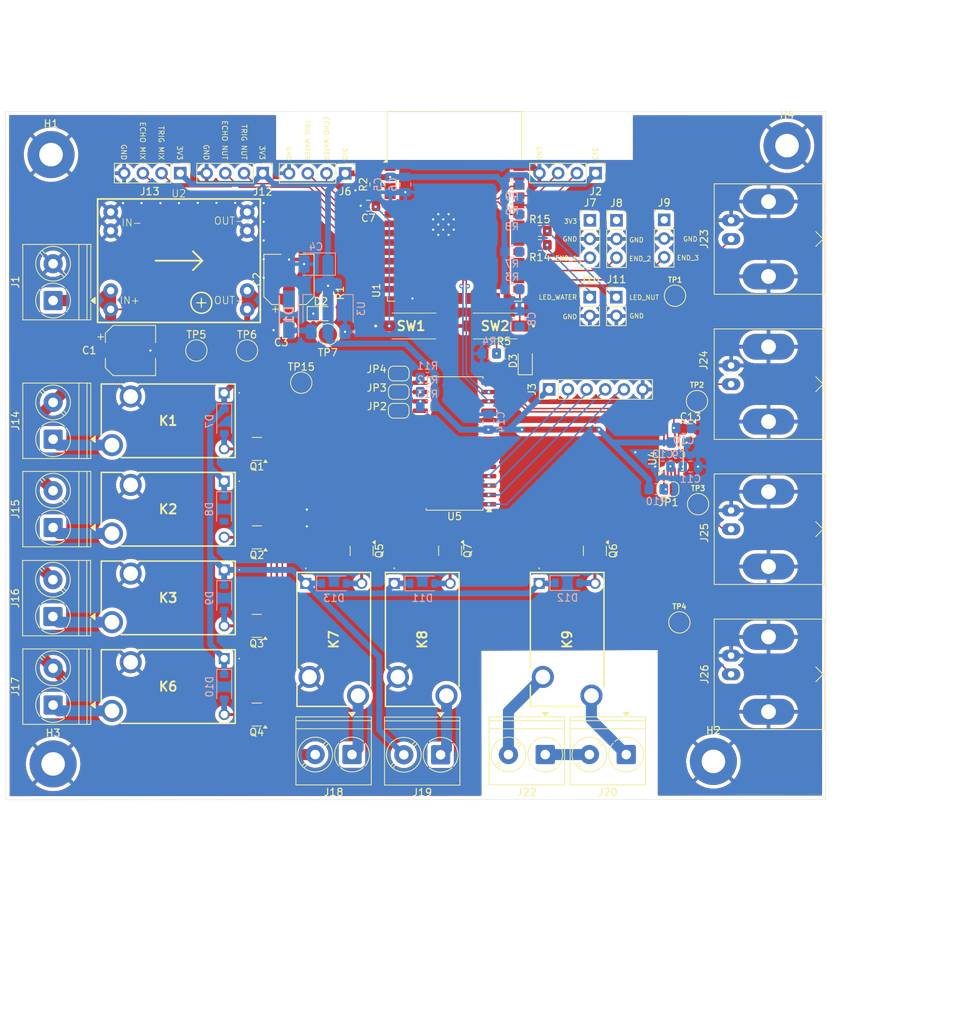
<source format=kicad_pcb>
(kicad_pcb (version 20241229) (generator "pcbnew") (generator_version "9.0")
  (layers (0 "F.Cu" signal) (2 "B.Cu" signal) (13 "F.Paste" user) (15 "B.Paste" user) (5 "F.SilkS" user "F.Silkscreen") (7 "B.SilkS" user "B.Silkscreen") (1 "F.Mask" user) (3 "B.Mask" user) (25 "Edge.Cuts" user))
  (net 0 "")
  (net 1 "12V")
  (net 2 "GND")
  (net 3 "5V")
  (net 4 "Net-(D1-K)")
  (net 5 "3V3")
  (net 6 "ENABLE")
  (net 7 "GPIO0")
  (net 8 "Nutr0")
  (net 9 "Nutr2")
  (net 10 "Nutr3")
  (net 11 "Nutr1")
  (net 12 "Net-(D2-A)")
  (net 13 "Net-(D3-A)")
  (net 14 "Net-(D7-A)")
  (net 15 "Net-(D8-A)")
  (net 16 "Net-(D9-A)")
  (net 17 "Net-(D10-A)")
  (net 18 "Net-(D11-A)")
  (net 19 "Net-(D12-A)")
  (net 20 "Net-(D13-A)")
  (net 21 "TX0")
  (net 22 "TRIG_WATER")
  (net 23 "ECHO_WATER")
  (net 24 "ENDSTOP1")
  (net 25 "ENDSTOP2")
  (net 26 "ENDSTOP3")
  (net 27 "Net-(J10-Pin_1)")
  (net 28 "Net-(J11-Pin_1)")
  (net 29 "TRIG_NUT")
  (net 30 "ECHO_NUT")
  (net 31 "ECHO_MIX")
  (net 32 "TRIG_MIX")
  (net 33 "PUMP1")
  (net 34 "PUMP2")
  (net 35 "PUMP3")
  (net 36 "PUMP4")
  (net 37 "AIR")
  (net 38 "MIXER")
  (net 39 "UV")
  (net 40 "Net-(J20-Pin_2)")
  (net 41 "230V")
  (net 42 "Net-(JP1-B)")
  (net 43 "Net-(JP2-B)")
  (net 44 "Net-(JP3-B)")
  (net 45 "Net-(JP4-B)")
  (net 46 "RELAY_PUMP1")
  (net 47 "RELAY_PUMP2")
  (net 48 "RELAY_PUMP3")
  (net 49 "RELAY_PUMP4")
  (net 50 "RELAY_AIR")
  (net 51 "RELAY_UV")
  (net 52 "RELAY_MIXER")
  (net 53 "GPIO2")
  (net 54 "GPIO5")
  (net 55 "I2C+")
  (net 56 "I2C-")
  (net 57 "LED WATER")
  (net 58 "LED NUTR")
  (net 80 "GPB1")
  (net 85 "GPB0")
  (net 86 "GPB2")
  (net 87 "GPB3")
  (net 88 "RX0")
  (footprint "Connector_PinHeader_2.54mm:PinHeader_1x03_P2.54mm_Vertical" (layer "F.Cu") (at 163.4998 62.0268)
    (property "Reference" "J7")
    (property "Value" "Endstop Lade0")
  )
  (footprint "Package_TO_SOT_SMD:SOT-23" (layer "F.Cu") (at 118.2601 93.0656 180)
    (property "Reference" "Q1")
    (property "Value" "BSS138")
  )
  (footprint "TerminalBlock_Phoenix:TerminalBlock_Phoenix_PT-1,5-2-5.0-H_1x02_P5.00mm_Horizontal" (layer "F.Cu") (at 90.5764 72.9234 90)
    (property "Reference" "J1")
    (property "Value" "12V ingang")
  )
  (footprint "Package_TO_SOT_SMD:SOT-23" (layer "F.Cu") (at 118.2347 117.094 180)
    (property "Reference" "Q3")
    (property "Value" "BSS138")
  )
  (footprint "Jumper:SolderJumper-2_P1.3mm_Open_RoundedPad1.0x1.5mm" (layer "F.Cu") (at 174.1828 98.5292 180)
    (property "Reference" "JP1")
    (property "Value" "SolderJumper_2_Open")
  )
  (footprint "Connector_PinHeader_2.54mm:PinHeader_1x06_P2.54mm_Vertical" (layer "F.Cu") (at 157.9626 84.9884 90)
    (property "Reference" "J3")
    (property "Value" "Extra GPIO")
  )
  (footprint "Capacitor_SMD:C_0805_2012Metric_Pad1.18x1.45mm_HandSolder" (layer "F.Cu") (at 133.3969 60.0456 180)
    (property "Reference" "C7")
    (property "Value" "100n")
  )
  (footprint "Connector_PinHeader_2.54mm:PinHeader_1x03_P2.54mm_Vertical" (layer "F.Cu") (at 167.1066 62.0268)
    (property "Reference" "J8")
    (property "Value" "Endstop Lade1")
  )
  (footprint "Package_TO_SOT_SMD:SOT-23" (layer "F.Cu") (at 118.2347 129.1336 180)
    (property "Reference" "Q4")
    (property "Value" "BSS138")
  )
  (footprint "Package_SO:SOIC-28W_7.5x17.9mm_P1.27mm" (layer "F.Cu") (at 145.1102 92.329 180)
    (property "Reference" "U5")
    (property "Value" "MCP23017_SO")
  )
  (footprint "SamacSys_Parts:Wurth_Tactile_Switch_SPST-NO_434111043826" (layer "F.Cu") (at 150.622 76.3778 180)
    (property "Reference" "SW2")
    (property "Value" "BOOT" (hide yes))
  )
  (footprint "Resistor_SMD:R_0805_2012Metric_Pad1.20x1.40mm_HandSolder" (layer "F.Cu") (at 127.9144 71.8914 -90)
    (property "Reference" "R1")
    (property "Value" "470")
  )
  (footprint "Capacitor_SMD:C_0805_2012Metric_Pad1.18x1.45mm_HandSolder" (layer "F.Cu") (at 177.1517 90.3848)
    (property "Reference" "C13")
    (property "Value" "100n")
  )
  (footprint "Jumper:SolderJumper-2_P1.3mm_Open_RoundedPad1.0x1.5mm" (layer "F.Cu") (at 137.526 85.344)
    (property "Reference" "JP3")
    (property "Value" "SolderJumper_2_Open")
  )
  (footprint "MountingHole:MountingHole_3.2mm_M3_Pad_TopBottom" (layer "F.Cu") (at 180.272 135.4952)
    (property "Reference" "H2")
    (property "Value" "MountingHole_Pad")
  )
  (footprint "TerminalBlock_Phoenix:TerminalBlock_Phoenix_PT-1,5-2-5.0-H_1x02_P5.00mm_Horizontal" (layer "F.Cu") (at 90.5764 91.7536 90)
    (property "Reference" "J14")
    (property "Value" "Pomp1")
  )
  (footprint "Resistor_SMD:R_0805_2012Metric_Pad1.20x1.40mm_HandSolder" (layer "F.Cu") (at 134.366 57.166 90)
    (property "Reference" "R2")
    (property "Value" "10k")
  )
  (footprint "Jumper:SolderJumper-2_P1.3mm_Open_RoundedPad1.0x1.5mm" (layer "F.Cu") (at 137.526 87.884)
    (property "Reference" "JP2")
    (property "Value" "SolderJumper_2_Open")
  )
  (footprint "Package_TO_SOT_SMD:SOT-23" (layer "F.Cu") (at 164.1743 106.9086 -90)
    (property "Reference" "Q6")
    (property "Value" "BSS138")
  )
  (footprint "SamacSys_Parts:AHQSS105DM2FA0G" (layer "F.Cu") (at 113.8149 85.4536 180)
    (property "Reference" "K1")
    (property "Value" "AHQSS105DM2FA0G" (hide yes))
  )
  (footprint "TerminalBlock_Phoenix:TerminalBlock_Phoenix_PT-1,5-2-5.0-H_1x02_P5.00mm_Horizontal" (layer "F.Cu") (at 143.2179 134.5946 180)
    (property "Reference" "J19")
    (property "Value" "Mixer")
  )
  (footprint "TerminalBlock_Phoenix:TerminalBlock_Phoenix_PT-1,5-2-5.0-H_1x02_P5.00mm_Horizontal" (layer "F.Cu") (at 168.4293 134.5667 180)
    (property "Reference" "J20")
    (property "Value" "UV")
  )
  (footprint "SamacSys_Parts:AHQSS105DM2FA0G" (layer "F.Cu") (at 113.8174 109.4946 180)
    (property "Reference" "K3")
    (property "Value" "AHQSS105DM2FA0G" (hide yes))
  )
  (footprint "LED_SMD:LED_0805_2012Metric_Pad1.15x1.40mm_HandSolder" (layer "F.Cu") (at 126.9492 74.7014)
    (property "Reference" "D2")
    (property "Value" "PWR")
  )
  (footprint "LED_SMD:LED_0805_2012Metric_Pad1.15x1.40mm_HandSolder" (layer "F.Cu") (at 154.7114 81.1366 90)
    (property "Reference" "D3")
    (property "Value" "LED")
  )
  (footprint "TestPoint:TestPoint_Pad_D2.5mm" (layer "F.Cu") (at 127.889 77.5208)
    (property "Reference" "TP7")
    (property "Value" "TestPoint")
  )
  (footprint "Package_SO:TSSOP-10_3x3mm_P0.5mm" (layer "F.Cu") (at 174.5488 94.3382 90)
    (property "Reference" "U4")
    (property "Value" "ADS1115IDGS")
  )
  (footprint "TerminalBlock_Phoenix:TerminalBlock_Phoenix_PT-1,5-2-5.0-H_1x02_P5.00mm_Horizontal" (layer "F.Cu") (at 90.5764 127.845 90)
    (property "Reference" "J17")
    (property "Value" "Pomp4")
  )
  (footprint "Resistor_SMD:R_0805_2012Metric_Pad1.20x1.40mm_HandSolder" (layer "F.Cu") (at 156.702 65.3796 180)
    (property "Reference" "R14")
    (property "Value" "470")
  )
  (footprint "Capacitor_SMD:C_0805_2012Metric_Pad1.18x1.45mm_HandSolder" (layer "F.Cu") (at 121.5683 76.9366 180)
    (property "Reference" "C3")
    (property "Value" "10u")
  )
  (footprint "SamacSys_Parts:Wurth_Tactile_Switch_SPST-NO_434111043826" (layer "F.Cu") (at 139.592 76.3778)
    (property "Reference" "SW1")
    (property "Value" "EN" (hide yes))
  )
  (footprint "Connector_PinHeader_2.54mm:PinHeader_1x02_P2.54mm_Vertical" (layer "F.Cu") (at 167.0812 72.4662)
    (property "Reference" "J11")
    (property "Value" "LED Nutrient Level")
  )
  (footprint "SamacSys_Parts:AHQSS105DM2FA0G" (layer "F.Cu") (at 124.9037 111.3282 -90)
    (property "Reference" "K7")
    (property "Value" "AHQSS105DM2FA0G" (hide yes))
  )
  (footprint "Watersysteem_Footprints_Library:MP1584_Module" (layer "F.Cu") (at 107.6706 67.5132)
    (property "Reference" "U2")
    (property "Value" "MP1584_Module")
  )
  (footprint "MountingHole:MountingHole_3.2mm_M3_Pad_TopBottom" (layer "F.Cu") (at 90.297 53.1114)
    (property "Reference" "H1")
    (property "Value" "MountingHole_Pad")
  )
  (footprint "TestPoint:TestPoint_Pad_D2.5mm" (layer "F.Cu") (at 175.0568 72.263)
    (property "Reference" "TP1")
    (property "Value" "TestPoint")
  )
  (footprint "MountingHole:MountingHole_3.2mm_M3_Pad_TopBottom" (layer "F.Cu") (at 190.2714 51.8922)
    (property "Reference" "H4")
    (property "Value" "MountingHole_Pad")
  )
  (footprint "Connector_Coaxial:BNC_Amphenol_B6252HB-NPP3G-50_Horizontal" (layer "F.Cu") (at 182.6768 123.6726 -90)
    (property "Reference" "J26")
    (property "Value" "Voedingsstoffen 3")
  )
  (footprint "SamacSys_Parts:AHQSS105DM2FA0G" (layer "F.Cu") (at 113.8174 121.5342 180)
    (property "Reference" "K6")
    (property "Value" "AHQSS105DM2FA0G" (hide yes))
  )
  (footprint "TestPoint:TestPoint_Pad_D2.5mm" (layer "F.Cu") (at 110.0328 79.7052)
    (property "Reference" "TP5")
    (property "Value" "TestPoint")
  )
  (footprint "Connector_PinHeader_2.54mm:PinHeader_1x04_P2.54mm_Vertical" (layer "F.Cu") (at 130.2512 55.6514 -90)
    (property "Reference" "J6")
    (property "Value" "Height Water")
  )
  (footprint "TerminalBlock_Phoenix:TerminalBlock_Phoenix_PT-1,5-2-5.0-H_1x02_P5.00mm_Horizontal" (layer "F.Cu") (at 157.4292 134.5667 180)
    (property "Reference" "J22")
    (property "Value" "230V")
  )
  (footprint "Capacitor_SMD:CP_Elec_6.3x3.9" (layer "F.Cu") (at 122.6146 70.0552 90)
    (property "Reference" "C2")
    (property "Value" "100u")
  )
  (footprint "TestPoint:TestPoint_Pad_D2.5mm" (layer "F.Cu") (at 178.1892 100.5702)
    (property "Reference" "TP3")
    (property "Value" "TestPoint")
  )
  (footprint "RF_Module:ESP32-WROOM-32D" (layer "F.Cu") (at 145.1 63.13)
    (property "Reference" "U1")
    (property "Value" "ESP32-WROOM-32D")
  )
  (footprint "Package_TO_SOT_SMD:SOT-23" (layer "F.Cu") (at 118.2601 105.0798 180)
    (property "Reference" "Q2")
    (property "Value" "BSS138")
  )
  (footprint "Connector_PinHeader_2.54mm:PinHeader_1x03_P2.54mm_Vertical" (layer "F.Cu") (at 173.5836 61.9656)
    (property "Reference" "J9")
    (property "Value" "Endstop UV")
  )
  (footprint "Resistor_SMD:R_0805_2012Metric_Pad1.20x1.40mm_HandSolder" (layer "F.Cu") (at 151.8158 80.1116)
    (property "Reference" "R5")
    (property "Value" "470")
  )
  (footprint "Connector_Coaxial:BNC_Amphenol_B6252HB-NPP3G-50_Horizontal" (layer "F.Cu") (at 182.6768 64.5694 -90)
    (property "Reference" "J23")
    (property "Value" "ReferentieProbe")
  )
  (footprint "TestPoint:TestPoint_Pad_D2.5mm" (layer "F.Cu") (at 116.9162 79.7052)
    (property "Reference" "TP6")
    (property "Value" "TestPoint")
  )
  (footprint "Connector_PinHeader_2.54mm:PinHeader_1x04_P2.54mm_Vertical" (layer "F.Cu") (at 164.2618 55.626 -90)
    (property "Reference" "J2")
    (property "Value" "TTL Connector")
  )
  (footprint "TestPoint:TestPoint_Pad_D2.5mm" (layer "F.Cu") (at 175.6492 116.623)
    (property "Reference" "TP4")
    (property "Value" "TestPoint")
  )
  (footprint "TestPoint:TestPoint_Pad_D2.5mm" (layer "F.Cu") (at 124.2822 84.074)
    (property "Reference" "TP15")
    (property "Value" "TestPoint")
  )
  (footprint "Package_TO_SOT_SMD:SOT-23" (layer "F.Cu") (at 144.5006 106.8855 -90)
    (property "Reference" "Q7")
    (property "Value" "BSS138")
  )
  (footprint "TestPoint:TestPoint_Pad_D2.5mm" (layer "F.Cu") (at 178.0368 86.5748)
    (property "Reference" "TP2")
    (property "Value" "TestPoint")
  )
  (footprint "MountingHole:MountingHole_3.2mm_M3_Pad_TopBottom" (layer "F.Cu") (at 90.5764 135.8392)
    (property "Reference" "H3")
    (property "Value" "MountingHole_Pad")
  )
  (footprint "Connector_PinHeader_2.54mm:PinHeader_1x02_P2.54mm_Vertical" (layer "F.Cu") (at 163.4744 72.4662)
    (property "Reference" "J10")
    (property "Value" "LED Water Level")
  )
  (footprint "TerminalBlock_Phoenix:TerminalBlock_Phoenix_PT-1,5-2-5.0-H_1x02_P5.00mm_Horizontal" (layer "F.Cu") (at 90.551 115.8289 90)
    (property "Reference" "J16")
    (property "Value" "Pomp3")
  )
  (footprint "TerminalBlock_Phoenix:TerminalBlock_Phoenix_PT-1,5-2-5.0-H_1x02_P5.00mm_Horizontal" (layer "F.Cu") (at 131.1783 134.5667 180)
    (property "Reference" "J18")
    (property "Value" "Luchtpomp")
  )
  (footprint "Connector_Coaxial:BNC_Amphenol_B6252HB-NPP3G-50_Horizontal" (layer "F.Cu") (at 182.6768 84.2772 -90)
    (property "Reference" "J24")
    (property "Value" "Voedingsstoffen 1")
  )
  (footprint "SamacSys_Parts:AHQSS105DM2FA0G" (layer "F.Cu") (at 156.603 111.3282 -90)
    (property "Reference" "K9")
    (property "Value" "AHQSS105DM2FA0G" (hide yes))
  )
  (footprint "SamacSys_Parts:AHQSS105DM2FA0G" (layer "F.Cu") (at 136.9179 111.3282 -90)
    (property "Reference" "K8")
    (property "Value" "AHQSS105DM2FA0G" (hide yes))
  )
  (footprint "Connector_PinHeader_2.54mm:PinHeader_1x04_P2.54mm_Vertical" (layer "F.Cu") (at 107.8484 55.626 -90)
    (property "Reference" "J13")
    (property "Value" "Height Mixer")
  )
  (footprint "Jumper:SolderJumper-2_P1.3mm_Open_RoundedPad1.0x1.5mm" (layer "F.Cu") (at 137.526 82.8294)
    (property "Reference" "JP4")
    (property "Value" "SolderJumper_2_Open")
  )
  (footprint "TerminalBlock_Phoenix:TerminalBlock_Phoenix_PT-1,5-2-5.0-H_1x02_P5.00mm_Horizontal" (layer "F.Cu") (at 90.5764 103.7424 90)
    (property "Reference" "J15")
    (property "Value" "Pomp2")
  )
  (footprint "Capacitor_SMD:CP_Elec_6.3x3.9" (layer "F.Cu") (at 101.092 79.7052)
    (property "Reference" "C1")
    (property "Value" "100u")
  )
  (footprint "Package_TO_SOT_SMD:SOT-23" (layer "F.Cu") (at 132.4864 106.9109 -90)
    (property "Reference" "Q5")
    (property "Value" "BSS138")
  )
  (footprint "Resistor_SMD:R_0805_2012Metric_Pad1.20x1.40mm_HandSolder" (layer "F.Cu") (at 156.702 63.4746 180)
    (property "Reference" "R15")
    (property "Value" "470")
  )
  (footprint "SamacSys_Parts:AHQSS105DM2FA0G" (layer "F.Cu") (at 113.8174 97.455 180)
    (property "Reference" "K2")
    (property "Value" "AHQSS105DM2FA0G" (hide yes))
  )
  (footprint "Connector_PinHeader_2.54mm:PinHeader_1x04_P2.54mm_Vertical" (layer "F.Cu") (at 119.0498 55.626 -90)
    (property "Reference" "J12")
    (property "Value" "Height Nutrients")
  )
  (footprint "Connector_Coaxial:BNC_Amphenol_B6252HB-NPP3G-50_Horizontal" (layer "F.Cu") (at 182.6768 103.9622 -90)
    (property "Reference" "J25")
    (property "Value" "Voedingsstoffen 2")
  )
  (footprint "Resistor_SMD:R_0805_2012Metric_Pad1.20x1.40mm_HandSolder" (layer "B.Cu") (at 152.924 71.374 180)
    (property "Reference" "R3")
    (property "Value" "10k")
  )
  (footprint "Capacitor_SMD:C_0805_2012Metric_Pad1.18x1.45mm_HandSolder" (layer "B.Cu") (at 173.4003 95.4648 180)
    (property "Reference" "C12")
    (property "Value" "100n")
  )
  (footprint "Capacitor_SMD:C_0805_2012Metric_Pad1.18x1.45mm_HandSolder" (layer "B.Cu") (at 177.1517 95.4648)
    (property "Reference" "C11")
    (property "Value" "100n")
  )
  (footprint "Capacitor_SMD:C_0805_2012Metric_Pad1.18x1.45mm_HandSolder" (layer "B.Cu") (at 176.2467 90.2208)
    (property "Reference" "C10")
    (property "Value" "100n")
  )
  (footprint "Resistor_SMD:R_0805_2012Metric_Pad1.20x1.40mm_HandSolder" (layer "B.Cu") (at 152.908 66.294)
    (property "Reference" "R7")
    (property "Value" "10k")
  )
  (footprint "Resistor_SMD:R_0805_2012Metric_Pad1.20x1.40mm_HandSolder" (layer "B.Cu") (at 172.5328 98.5292)
    (property "Reference" "R10")
    (property "Value" "10k")
  )
  (footprint "Capacitor_Tantalum_SMD:CP_EIA-3528-12_Kemet-T_Pad1.50x2.35mm_HandSolder" (layer "B.Cu") (at 126.2894 67.9704 180)
    (property "Reference" "C4")
    (property "Value" "22u")
  )
  (footprint "Resistor_SMD:R_0805_2012Metric_Pad1.20x1.40mm_HandSolder" (layer "B.Cu") (at 141.4432 85.344 180)
    (property "Reference" "R12")
    (property "Value" "10k")
  )
  (footprint "Resistor_SMD:R_0805_2012Metric_Pad1.20x1.40mm_HandSolder" (layer "B.Cu") (at 141.4366 87.2744 180)
    (property "Reference" "R13")
    (property "Value" "10k")
  )
  (footprint "Diode_SMD:D_SOD-123" (layer "B.Cu") (at 160.4508 111.2774)
    (property "Reference" "D12")
    (property "Value" "1N4148W")
  )
  (footprint "Capacitor_SMD:C_0805_2012Metric_Pad1.18x1.45mm_HandSolder" (layer "B.Cu") (at 149.7076 89.4119 90)
    (property "Reference" "C14")
    (property "Value" "100n")
  )
  (footprint "Resistor_SMD:R_0805_2012Metric_Pad1.20x1.40mm_HandSolder" (layer "B.Cu") (at 152.892 61.2394)
    (property "Reference" "R8")
    (property "Value" "4.7k")
  )
  (footprint "Diode_SMD:D_SOD-123" (layer "B.Cu") (at 128.7262 111.3282)
    (property "Reference" "D13")
    (property "Value" "1N4148W")
  )
  (footprint "Resistor_SMD:R_0805_2012Metric_Pad1.20x1.40mm_HandSolder" (layer "B.Cu") (at 152.892 57.1754)
    (property "Reference" "R9")
    (property "Value" "4.7k")
  )
  (footprint "Diode_SMD:D_SOD-123" (layer "B.Cu") (at 113.8174 113.3171 -90)
    (property "Reference" "D9")
    (property "Value" "1N4148W")
  )
  (footprint "Capacitor_SMD:C_0805_2012Metric_Pad1.18x1.45mm_HandSolder" (layer "B.Cu") (at 153.924 75.4165 90)
    (property "Reference" "C8")
    (property "Value" "100n")
  )
  (footprint "Diode_SMD:D_SOD-123" (layer "B.Cu") (at 140.7404 111.3282)
    (property "Reference" "D11")
    (property "Value" "1N4148W")
  )
  (footprint "Capacitor_SMD:C_0805_2012Metric_Pad1.18x1.45mm_HandSolder" (layer "B.Cu") (at 138.43 57.1715 -90)
    (property "Reference" "C6")
    (property "Value" "100n")
  )
  (footprint "Capacitor_SMD:C_0805_2012Metric_Pad1.18x1.45mm_HandSolder" (layer "B.Cu") (at 136.398 57.1715 -90)
    (property "Reference" "C5")
    (property "Value" "10u")
  )
  (footprint "Diode_SMD:D_SOD-123" (layer "B.Cu") (at 113.8149 89.3064 -90)
    (property "Reference" "D7")
    (property "Value" "1N4148W")
  )
  (footprint "Diode_SMD:D_SOD-123" (layer "B.Cu") (at 113.792 101.2454 -90)
    (property "Reference" "D8")
    (property "Value" "1N4148W")
  )
  (footprint "Diode_SMD:D_SOD-123" (layer "B.Cu") (at 113.8174 125.3567 -90)
    (property "Reference" "D10")
    (property "Value" "1N4148W")
  )
  (footprint "Package_TO_SOT_SMD:SOT-223-3_TabPin2" (layer "B.Cu") (at 127.9258 74.0152 90)
    (property "Reference" "U3")
    (property "Value" "AMS1117-3.3")
  )
  (footprint "Capacitor_SMD:C_0805_2012Metric_Pad1.18x1.45mm_HandSolder" (layer "B.Cu") (at 175.5863 92.2046)
    (property "Reference" "C9")
    (property "Value" "100n")
  )
  (footprint "Resistor_SMD:R_0805_2012Metric_Pad1.20x1.40mm_HandSolder" (layer "B.Cu") (at 141.4366 83.439 180)
    (property "Reference" "R11")
    (property "Value" "10k")
  )
  (footprint "Resistor_SMD:R_0805_2012Metric_Pad1.20x1.40mm_HandSolder" (layer "B.Cu") (at 152.892 59.0804)
    (property "Reference" "R6")
    (property "Value" "10k")
  )
  (footprint "SamacSys_Parts:DIOM5226X290N" (layer "B.Cu") (at 122.6058 74.8874 90)
    (property "Reference" "D1")
    (property "Value" "SK36A" (hide yes))
  )
  (footprint "Resistor_SMD:R_0805_2012Metric_Pad1.20x1.40mm_HandSolder" (layer "B.Cu") (at 149.8186 80.1116 180)
    (property "Reference" "R4")
    (property "Value" "10k")
  )
  (gr_line (start 84.1756 140.716) (end 195.5292 140.6398) (stroke (width 0.05)) (layer "Edge.Cuts"))
  (gr_line (start 195.5562 47.268496) (end 84.0994 47.244) (stroke (width 0.05)) (layer "Edge.Cuts"))
  (gr_line (start 195.5292 140.6398) (end 195.5546 47.2694) (stroke (width 0.05)) (layer "Edge.Cuts"))
  (gr_line (start 84.0994 47.244) (end 84.1756 140.716) (stroke (width 0.05)) (layer "Edge.Cuts"))
  (gr_text "GND" (at 99.7712 51.6382 270) (layer "F.SilkS") (effects (font (size 0.7 0.7) (thickness 0.1016)) (justify left bottom)))
  (gr_text "3V3" (at 163.83 52.0446 270) (layer "F.SilkS") (effects (font (size 0.635 0.635) (thickness 0.1016)) (justify left bottom)))
  (gr_text "TRIG WATER" (at 124.7394 48.3362 270) (layer "F.SilkS") (effects (font (size 0.635 0.635) (thickness 0.1016)) (justify left bottom)))
  (gr_text "ECHO NUT" (at 113.4872 48.4124 270) (layer "F.SilkS") (effects (font (size 0.7 0.7) (thickness 0.1016)) (justify left bottom)))
  (gr_text "GND" (at 110.9726 51.6636 270) (layer "F.SilkS") (effects (font (size 0.7 0.7) (thickness 0.1016)) (justify left bottom)))
  (gr_text "3V3" (at 118.5672 51.816 270) (layer "F.SilkS") (effects (font (size 0.7 0.7) (thickness 0.1016)) (justify left bottom)))
  (gr_text "ECHO WATER" (at 127.3302 47.8536 270) (layer "F.SilkS") (effects (font (size 0.635 0.635) (thickness 0.1016)) (justify left bottom)))
  (gr_text "END_2" (at 168.783 67.6148 0) (layer "F.SilkS") (effects (font (size 0.635 0.635) (thickness 0.1016)) (justify left bottom)))
  (gr_text "GND" (at 176.0982 64.9478 0) (layer "F.SilkS") (effects (font (size 0.635 0.635) (thickness 0.1016)) (justify left bottom)))
  (gr_text "TRIG NUT" (at 116.1034 48.9458 270) (layer "F.SilkS") (effects (font (size 0.7 0.7) (thickness 0.1016)) (justify left bottom)))
  (gr_text "TRIG MIX" (at 104.8512 49.149 270) (layer "F.SilkS") (effects (font (size 0.7 0.7) (thickness 0.1016)) (justify left bottom)))
  (gr_text "3V3" (at 129.8448 52.0954 270) (layer "F.SilkS") (effects (font (size 0.635 0.635) (thickness 0.1016)) (justify left bottom)))
  (gr_text "LED_WATER" (at 156.4894 72.8472 0) (layer "F.SilkS") (effects (font (size 0.635 0.635) (thickness 0.1016)) (justify left bottom)))
  (gr_text "END_3" (at 175.26 67.5028 0) (layer "F.SilkS") (effects (font (size 0.635 0.635) (thickness 0.1016)) (justify left bottom)))
  (gr_text "GND" (at 122.2248 51.9176 270) (layer "F.SilkS") (effects (font (size 0.635 0.635) (thickness 0.1016)) (justify left bottom)))
  (gr_text "GND" (at 168.8084 75.3872 0) (layer "F.SilkS") (effects (font (size 0.635 0.635) (thickness 0.1016)) (justify left bottom)))
  (gr_text "END_1" (at 158.7246 67.564 0) (layer "F.SilkS") (effects (font (size 0.635 0.635) (thickness 0.1016)) (justify left bottom)))
  (gr_text "GND" (at 168.783 65.0748 0) (layer "F.SilkS") (effects (font (size 0.635 0.635) (thickness 0.1016)) (justify left bottom)))
  (gr_text "3V3" (at 107.3658 51.8414 270) (layer "F.SilkS") (effects (font (size 0.7 0.7) (thickness 0.1016)) (justify left bottom)))
  (gr_text "GND" (at 159.7406 64.9478 0) (layer "F.SilkS") (effects (font (size 0.635 0.635) (thickness 0.1016)) (justify left bottom)))
  (gr_text "GND" (at 159.7406 75.4888 0) (layer "F.SilkS") (effects (font (size 0.635 0.635) (thickness 0.1016)) (justify left bottom)))
  (gr_text "3V3" (at 159.9184 62.5348 0) (layer "F.SilkS") (effects (font (size 0.635 0.635) (thickness 0.1016)) (justify left bottom)))
  (gr_text "LED_NUT" (at 168.783 72.8726 0) (layer "F.SilkS") (effects (font (size 0.635 0.635) (thickness 0.1016)) (justify left bottom)))
  (gr_text "GND" (at 156.2354 51.8922 270) (layer "F.SilkS") (effects (font (size 0.635 0.635) (thickness 0.1016)) (justify left bottom)))
  (gr_text "ECHO MIX" (at 102.3366 48.6156 270) (layer "F.SilkS") (effects (font (size 0.7 0.7) (thickness 0.1016)) (justify left bottom)))
  (segment (start 97.6248 79.7052) (end 90.5764 86.7536) (width 1.5) (layer "F.Cu") (net 1))
  (segment (start 90.5764 86.7536) (end 87.8332 89.4968) (width 1.5) (layer "F.Cu") (net 1))
  (segment (start 87.8332 95.9992) (end 87.8332 108.1111) (width 1.5) (layer "F.Cu") (net 1))
  (segment (start 97.0534 72.9234) (end 98.3996 71.5772) (width 1.5) (layer "F.Cu") (net 1))
  (segment (start 106.3244 125.5776) (end 115.3135 134.5667) (width 1.5) (layer "F.Cu") (net 1))
  (segment (start 87.8332 95.9992) (end 90.5764 98.7424) (width 1.5) (layer "F.Cu") (net 1))
  (segment (start 87.8332 89.4968) (end 87.8332 95.9992) (width 1.5) (layer "F.Cu") (net 1))
  (segment (start 87.8332 108.1111) (end 90.551 110.8289) (width 1.5) (layer "F.Cu") (net 1))
  (segment (start 98.392 79.7052) (end 97.6248 79.7052) (width 1.5) (layer "F.Cu") (net 1))
  (segment (start 98.3996 74.1172) (end 98.3996 79.6976) (width 1.5) (layer "F.Cu") (net 1))
  (segment (start 104.4448 74.1172) (end 98.3996 74.1172) (width 0.2) (layer "F.Cu") (net 1))
  (segment (start 87.8332 108.1111) (end 87.8332 120.1018) (width 1.5) (layer "F.Cu") (net 1))
  (segment (start 110.0328 79.7052) (end 104.4448 74.1172) (width 0.2) (layer "F.Cu") (net 1))
  (segment (start 97.2058 72.9234) (end 98.3996 74.1172) (width 1.5) (layer "F.Cu") (net 1))
  (segment (start 98.3996 79.6976) (end 98.392 79.7052) (width 1.5) (layer "F.Cu") (net 1))
  (segment (start 90.5764 72.9234) (end 97.2058 72.9234) (width 1.5) (layer "F.Cu") (net 1))
  (segment (start 90.5764 72.9234) (end 97.0534 72.9234) (width 1.5) (layer "F.Cu") (net 1))
  (segment (start 87.8332 120.1018) (end 90.5764 122.845) (width 1.5) (layer "F.Cu") (net 1))
  (segment (start 115.3135 134.5667) (end 126.1783 134.5667) (width 1.5) (layer "F.Cu") (net 1))
  (segment (start 90.5764 122.845) (end 93.309 125.5776) (width 1.5) (layer "F.Cu") (net 1))
  (segment (start 98.3996 71.5772) (end 98.3996 74.1172) (width 1.5) (layer "F.Cu") (net 1))
  (segment (start 93.309 125.5776) (end 106.3244 125.5776) (width 1.5) (layer "F.Cu") (net 1))
  (segment (start 155.8958 54.88) (end 156.6418 55.626) (width 0.8) (layer "F.Cu") (net 2))
  (segment (start 153.85 54.88) (end 155.8958 54.88) (width 0.8) (layer "F.Cu") (net 2))
  (via (at 139.39 72.64) (size 0.6) (drill 0.3) (layers "F.Cu" "B.Cu") (net 2))
  (via (at 107.6706 59.69) (size 0.6) (drill 0.3) (layers "F.Cu" "B.Cu") (net 2))
  (via (at 125.0442 103.5812) (size 0.6) (drill 0.3) (layers "F.Cu" "B.Cu") (net 2))
  (via (at 119.1768 64.77) (size 0.6) (drill 0.3) (layers "F.Cu" "B.Cu") (net 2))
  (via (at 125.0442 101.2952) (size 0.6) (drill 0.3) (layers "F.Cu" "B.Cu") (net 2))
  (via (at 105.156 59.69) (size 0.6) (drill 0.3) (layers "F.Cu" "B.Cu") (net 2))
  (via (at 110.236 59.6646) (size 0.6) (drill 0.3) (layers "F.Cu" "B.Cu") (net 2))
  (via (at 100.076 59.69) (size 0.6) (drill 0.3) (layers "F.Cu" "B.Cu") (net 2))
  (via (at 138.43 58.209) (size 0.6) (drill 0.3) (layers "F.Cu" "B.Cu") (net 2))
  (via (at 125.9242 74.7014) (size 0.6) (drill 0.3) (layers "F.Cu" "B.Cu") (net 2))
  (via (at 131.6482 57.9628) (size 0.6) (drill 0.3) (layers "F.Cu" "B.Cu") (net 2))
  (via (at 115.316 59.6646) (size 0.6) (drill 0.3) (layers "F.Cu" "B.Cu") (net 2))
  (via (at 176.6238 92.2046) (size 0.6) (drill 0.3) (layers "F.Cu" "B.Cu") (net 2))
  (via (at 124.6644 67.9704) (size 0.6) (drill 0.3) (layers "F.Cu" "B.Cu") (net 2))
  (via (at 130.2258 77.1652) (size 0.6) (drill 0.3) (layers "F.Cu" "B.Cu") (net 2))
  (via (at 119.1768 62.23) (size 0.6) (drill 0.3) (layers "F.Cu" "B.Cu") (net 2))
  (via (at 119.1768 67.31) (size 0.6) (drill 0.3) (layers "F.Cu" "B.Cu") (net 2))
  (via (at 103.792 79.7052) (size 0.6) (drill 0.3) (layers "F.Cu" "B.Cu") (net 2))
  (via (at 119.1768 69.8246) (size 0.6) (drill 0.3) (layers "F.Cu" "B.Cu") (net 2))
  (via (at 178.1892 95.4648) (size 0.6) (drill 0.3) (layers "F.Cu" "B.Cu") (net 2))
  (via (at 172.3628 95.4648) (size 0.6) (drill 0.3) (layers "F.Cu" "B.Cu") (net 2))
  (via (at 169.672 93.5228) (size 0.6) (drill 0.3) (layers "F.Cu" "B.Cu") (net 2))
  (via (at 102.5906 59.69) (size 0.6) (drill 0.3) (layers "F.Cu" "B.Cu") (net 2))
  (via (at 122.6146 67.3552) (size 0.6) (drill 0.3) (layers "F.Cu" "B.Cu") (net 2))
  (via (at 132.3594 60.0456) (size 0.6) (drill 0.3) (layers "F.Cu" "B.Cu") (net 2))
  (via (at 112.776 59.6646) (size 0.6) (drill 0.3) (layers "F.Cu" "B.Cu") (net 2))
  (via (at 120.5308 76.9366) (size 0.6) (drill 0.3) (layers "F.Cu" "B.Cu") (net 2))
  (via (at 119.1768 59.69) (size 0.6) (drill 0.3) (layers "F.Cu" "B.Cu") (net 2))
  (segment (start 136.398 58.209) (end 138.43 58.209) (width 0.8) (layer "B.Cu") (net 2))
  (segment (start 116.9416 78.9344) (end 117.0266 79.0194) (width 1.5) (layer "F.Cu") (net 3))
  (segment (start 122.6146 72.7552) (end 118.3036 72.7552) (width 1.5) (layer "F.Cu") (net 3))
  (segment (start 118.3036 72.7552) (end 116.9416 74.1172) (width 1.5) (layer "F.Cu") (net 3))
  (segment (start 116.9416 71.5772) (end 116.9416 74.1172) (width 1.5) (layer "F.Cu") (net 3))
  (segment (start 118.1196 72.7552) (end 116.9416 71.5772) (width 1.5) (layer "F.Cu") (net 3))
  (segment (start 113.8149 85.4536) (end 116.9416 82.3269) (width 0.8) (layer "F.Cu") (net 3))
  (segment (start 116.9416 82.3269) (end 116.9416 74.1172) (width 0.8) (layer "F.Cu") (net 3))
  (segment (start 122.6146 72.7552) (end 118.1196 72.7552) (width 1.5) (layer "F.Cu") (net 3))
  (segment (start 111.9124 89.5589) (end 111.9124 91.8464) (width 0.8) (layer "B.Cu") (net 3))
  (segment (start 124.9037 111.3282) (end 127.0762 111.3282) (width 0.8) (layer "B.Cu") (net 3))
  (segment (start 111.9124 119.6292) (end 113.8174 121.5342) (width 0.8) (layer "B.Cu") (net 3))
  (segment (start 129.8956 112.6792) (end 155.252 112.6792) (width 0.8) (layer "B.Cu") (net 3))
  (segment (start 138.2179 134.5946) (end 134.874 131.2507) (width 0.8) (layer "B.Cu") (net 3))
  (segment (start 111.9124 107.5896) (end 111.9124 119.6292) (width 0.8) (layer "B.Cu") (net 3))
  (segment (start 111.9124 91.8464) (end 111.9124 107.5896) (width 0.8) (layer "B.Cu") (net 3))
  (segment (start 135.5669 112.6792) (end 129.8956 112.6792) (width 0.8) (layer "B.Cu") (net 3))
  (segment (start 111.9124 95.55) (end 111.9124 91.8464) (width 0.8) (layer "B.Cu") (net 3))
  (segment (start 113.8174 121.5342) (end 113.8174 123.7067) (width 0.8) (layer "B.Cu") (net 3))
  (segment (start 134.874 131.2507) (end 134.874 121.2985) (width 0.8) (layer "B.Cu") (net 3))
  (segment (start 111.9124 107.5896) (end 113.8174 109.4946) (width 0.8) (layer "B.Cu") (net 3))
  (segment (start 155.252 112.6792) (end 156.603 111.3282) (width 0.8) (layer "B.Cu") (net 3))
  (segment (start 113.8174 99.57) (end 113.792 99.5954) (width 0.8) (layer "B.Cu") (net 3))
  (segment (start 113.8174 109.4946) (end 113.8174 111.6671) (width 0.8) (layer "B.Cu") (net 3))
  (segment (start 123.0701 109.4946) (end 124.9037 111.3282) (width 0.8) (layer "B.Cu") (net 3))
  (segment (start 156.603 111.3282) (end 158.75 111.3282) (width 0.8) (layer "B.Cu") (net 3))
  (segment (start 136.9179 111.3282) (end 139.0904 111.3282) (width 0.8) (layer "B.Cu") (net 3))
  (segment (start 124.9037 111.3282) (end 126.2547 112.6792) (width 0.8) (layer "B.Cu") (net 3))
  (segment (start 113.8149 85.4536) (end 113.8149 87.6564) (width 0.8) (layer "B.Cu") (net 3))
  (segment (start 136.9179 111.3282) (end 135.5669 112.6792) (width 0.8) (layer "B.Cu") (net 3))
  (segment (start 134.874 121.2985) (end 126.2547 112.6792) (width 0.8) (layer "B.Cu") (net 3))
  (segment (start 113.8174 97.455) (end 111.9124 95.55) (width 0.8) (layer "B.Cu") (net 3))
  (segment (start 113.8174 97.455) (end 113.8174 99.57) (width 0.8) (layer "B.Cu") (net 3))
  (segment (start 113.8149 87.6564) (end 111.9124 89.5589) (width 0.8) (layer "B.Cu") (net 3))
  (segment (start 113.8174 109.4946) (end 123.0701 109.4946) (width 0.8) (layer "B.Cu") (net 3))
  (segment (start 158.75 111.3282) (end 158.8008 111.2774) (width 0.8) (layer "B.Cu") (net 3))
  (segment (start 126.2547 112.6792) (end 129.8956 112.6792) (width 0.8) (layer "B.Cu") (net 3))
  (segment (start 122.6058 76.9874) (end 125.448 76.9874) (width 0.8) (layer "B.Cu") (net 4))
  (segment (start 125.448 76.9874) (end 125.6258 77.1652) (width 0.8) (layer "B.Cu") (net 4))
  (segment (start 154.2542 90.4494) (end 164.7444 90.4494) (width 0.8) (layer "F.Cu") (net 5))
  (segment (start 130.2512 55.6514) (end 133.8514 55.6514) (width 0.8) (layer "F.Cu") (net 5))
  (segment (start 133.8514 55.6514) (end 134.366 56.166) (width 0.8) (layer "F.Cu") (net 5))
  (segment (start 136.334 56.166) (end 136.35 56.15) (width 0.8) (layer "F.Cu") (net 5))
  (segment (start 136.3218 56.166) (end 136.334 56.166) (width 0.8) (layer "F.Cu") (net 5))
  (segment (start 134.366 56.166) (end 136.3218 56.166) (width 0.8) (layer "F.Cu") (net 5))
  (via (at 154.2542 90.4494) (size 0.6) (drill 0.3) (layers "F.Cu" "B.Cu") (net 5))
  (via (at 164.7444 90.4494) (size 0.6) (drill 0.3) (layers "F.Cu" "B.Cu") (net 5))
  (via (at 136.35 56.15) (size 0.6) (drill 0.3) (layers "F.Cu" "B.Cu") (net 5))
  (via (at 127.9258 70.9168) (size 0.6) (drill 0.3) (layers "F.Cu" "B.Cu") (net 5))
  (via (at 149.7076 90.4494) (size 0.6) (drill 0.3) (layers "F.Cu" "B.Cu") (net 5))
  (segment (start 149.7076 90.4494) (end 154.2542 90.4494) (width 0.8) (layer "B.Cu") (net 5))
  (segment (start 157.8864 84.9884) (end 157.9626 84.9884) (width 0.8) (layer "B.Cu") (net 5))
  (segment (start 127.9258 70.9168) (end 127.9258 77.1652) (width 1.5) (layer "B.Cu") (net 5))
  (segment (start 151.908 71.358) (end 151.924 71.374) (width 0.8) (layer "B.Cu") (net 5))
  (segment (start 127.9258 70.8652) (end 127.9258 70.9168) (width 1.5) (layer "B.Cu") (net 5))
  (segment (start 151.892 57.1754) (end 151.892 56.4754) (width 0.8) (layer "B.Cu") (net 5))
  (segment (start 138.43 56.134) (end 150.8506 56.134) (width 0.8) (layer "B.Cu") (net 5))
  (segment (start 142.4432 87.249) (end 142.748 87.249) (width 0.8) (layer "B.Cu") (net 5))
  (segment (start 171.5328 97.2378) (end 166.2303 91.9353) (width 0.8) (layer "B.Cu") (net 5))
  (segment (start 142.4432 83.4644) (end 142.4432 85.344) (width 0.8) (layer "B.Cu") (net 5))
  (segment (start 154.838176 55.8744) (end 156.040776 57.077) (width 0.8) (layer "B.Cu") (net 5))
  (segment (start 156.040776 57.077) (end 162.8108 57.077) (width 0.8) (layer "B.Cu") (net 5))
  (segment (start 142.4432 85.344) (end 142.4432 87.249) (width 0.8) (layer "B.Cu") (net 5))
  (segment (start 145.9484 90.4494) (end 149.7076 90.4494) (width 0.8) (layer "B.Cu") (net 5))
  (segment (start 130.2512 55.6514) (end 128.8002 57.1024) (width 0.8) (layer "B.Cu") (net 5))
  (segment (start 128.5268 78.7662) (end 127.9258 78.1652) (width 0.8) (layer "B.Cu") (net 5))
  (segment (start 166.4996 92.2046) (end 174.5488 92.2046) (width 0.8) (layer "B.Cu") (net 5))
  (segment (start 128.8002 57.1024) (end 127.9144 57.9882) (width 0.8) (layer "B.Cu") (net 5))
  (segment (start 136.398 56.134) (end 138.43 56.134) (width 0.8) (layer "B.Cu") (net 5))
  (segment (start 142.748 87.249) (end 145.9484 90.4494) (width 0.8) (layer "B.Cu") (net 5))
  (segment (start 109.2994 57.077) (end 107.8484 55.626) (width 0.8) (layer "B.Cu") (net 5))
  (segment (start 127.9258 67.9818) (end 127.9144 67.9704) (width 1.5) (layer "B.Cu") (net 5))
  (segment (start 142.4432 82.7644) (end 138.445 78.7662) (width 0.8) (layer "B.Cu") (net 5))
  (segment (start 151.892 57.1754) (end 151.892 61.2394) (width 0.8) (layer "B.Cu") (net 5))
  (segment (start 117.5988 57.077) (end 109.2994 57.077) (width 0.8) (layer "B.Cu") (net 5))
  (segment (start 162.8108 57.077) (end 164.2618 55.626) (width 0.8) (layer "B.Cu") (net 5))
  (segment (start 151.892 56.4754) (end 152.493 55.8744) (width 0.8) (layer "B.Cu") (net 5))
  (segment (start 120.5262 57.1024) (end 119.0498 55.626) (width 0.8) (layer "B.Cu") (net 5))
  (segment (start 128.8002 57.1024) (end 120.5262 57.1024) (width 0.8) (layer "B.Cu") (net 5))
  (segment (start 151.908 66.294) (end 151.908 71.358) (width 0.8) (layer "B.Cu") (net 5))
  (segment (start 151.892 61.2394) (end 151.892 66.278) (width 0.8) (layer "B.Cu") (net 5))
  (segment (start 164.7444 90.4494) (end 166.2303 91.9353) (width 0.8) (layer "B.Cu") (net 5))
  (segment (start 127.9258 78.1652) (end 127.9258 77.1652) (width 0.8) (layer "B.Cu") (net 5))
  (segment (start 166.2303 91.9353) (end 166.4996 92.2046) (width 0.8) (layer "B.Cu") (net 5))
  (segment (start 119.0498 55.626) (end 117.5988 57.077) (width 0.8) (layer "B.Cu") (net 5))
  (segment (start 138.445 78.7662) (end 128.5268 78.7662) (width 0.8) (layer "B.Cu") (net 5))
  (segment (start 127.9258 70.8652) (end 127.9258 67.9818) (width 1.5) (layer "B.Cu") (net 5))
  (segment (start 152.4254 90.4494) (end 157.8864 84.9884) (width 0.8) (layer "B.Cu") (net 5))
  (segment (start 142.4432 83.4644) (end 142.4432 82.7644) (width 0.8) (layer "B.Cu") (net 5))
  (segment (start 151.892 66.278) (end 151.908 66.294) (width 0.8) (layer "B.Cu") (net 5))
  (segment (start 171.5328 98.5292) (end 171.5328 97.2378) (width 0.8) (layer "B.Cu") (net 5))
  (segment (start 127.9144 57.9882) (end 127.9144 67.9704) (width 0.8) (layer "B.Cu") (net 5))
  (segment (start 152.493 55.8744) (end 154.838176 55.8744) (width 0.8) (layer "B.Cu") (net 5))
  (segment (start 150.8506 56.134) (end 151.892 57.1754) (width 0.8) (layer "B.Cu") (net 5))
  (segment (start 134.366 59.8424) (end 134.366 58.166) (width 0.2) (layer "F.Cu") (net 6))
  (segment (start 135.112 57.42) (end 136.35 57.42) (width 0.2) (layer "F.Cu") (net 6))
  (segment (start 134.3875 59.8639) (end 134.366 59.8424) (width 0.2) (layer "F.Cu") (net 6))
  (segment (start 134.366 58.166) (end 135.112 57.42) (width 0.2) (layer "F.Cu") (net 6))
  (segment (start 134.3875 60.198) (end 134.3875 59.8639) (width 0.2) (layer "F.Cu") (net 6))
  (via (at 134.3875 60.198) (size 0.6) (drill 0.3) (layers "F.Cu" "B.Cu") (net 6))
  (via (at 136.242 76.3778) (size 0.6) (drill 0.3) (layers "F.Cu" "B.Cu") (net 6))
  (segment (start 136.242 62.0525) (end 134.3875 60.198) (width 0.2) (layer "B.Cu") (net 6))
  (segment (start 136.242 76.3778) (end 136.242 62.0525) (width 0.2) (layer "B.Cu") (net 6))
  (segment (start 153.972 76.3778) (end 153.972 71.512) (width 0.2) (layer "F.Cu") (net 7))
  (segment (start 153.972 71.512) (end 153.85 71.39) (width 0.2) (layer "F.Cu") (net 7))
  (segment (start 174.9044 90.1446) (end 174.9044 90.2208) (width 0.2) (layer "F.Cu") (net 8))
  (segment (start 174.9044 72.4154) (end 175.0568 72.263) (width 0.2) (layer "F.Cu") (net 8))
  (segment (start 175.0568 91.059) (end 175.0568 92.1802) (width 0.2) (layer "F.Cu") (net 8))
  (segment (start 175.0568 92.1802) (end 175.0488 92.1882) (width 0.2) (layer "F.Cu") (net 8))
  (segment (start 174.9044 90.9066) (end 175.0568 91.059) (width 0.2) (layer "F.Cu") (net 8))
  (segment (start 174.9044 90.1446) (end 174.9044 72.4154) (width 0.2) (layer "F.Cu") (net 8))
  (segment (start 174.9044 90.2208) (end 174.9044 90.9066) (width 0.2) (layer "F.Cu") (net 8))
  (segment (start 174.9748 92.1142) (end 175.0488 92.1882) (width 0.2) (layer "F.Cu") (net 8))
  (segment (start 182.6768 64.5694) (end 174.7266 72.5196) (width 0.2) (layer "F.Cu") (net 8))
  (via (at 174.9044 90.2208) (size 0.6) (drill 0.3) (layers "F.Cu" "B.Cu") (net 8))
  (segment (start 176.0398 97.6891) (end 175.8049 97.4542) (width 0.2) (layer "F.Cu") (net 9))
  (segment (start 175.5488 97.1981) (end 175.5488 96.4882) (width 0.2) (layer "F.Cu") (net 9))
  (segment (start 181.5558 103.9622) (end 176.0398 98.4462) (width 0.2) (layer "F.Cu") (net 9))
  (segment (start 175.8049 97.4542) (end 175.5488 97.1981) (width 0.2) (layer "F.Cu") (net 9))
  (segment (start 176.0398 98.4462) (end 176.0398 98.0213) (width 0.2) (layer "F.Cu") (net 9))
  (segment (start 175.8348 95.4648) (end 175.5488 95.7508) (width 0.2) (layer "F.Cu") (net 9))
  (segment (start 176.0398 98.0213) (end 176.0398 97.6891) (width 0.2) (layer "F.Cu") (net 9))
  (segment (start 176.1142 95.4648) (end 175.8348 95.4648) (width 0.2) (layer "F.Cu") (net 9))
  (segment (start 182.6768 103.9622) (end 181.5558 103.9622) (width 0.2) (layer "F.Cu") (net 9))
  (segment (start 175.5488 95.7508) (end 175.5488 96.4882) (width 0.2) (layer "F.Cu") (net 9))
  (via (at 176.1142 95.4648) (size 0.6) (drill 0.3) (layers "F.Cu" "B.Cu") (net 9))
  (segment (start 176.1142 95.4648) (end 176.0888 95.4648) (width 0.2) (layer "B.Cu") (net 9))
  (segment (start 175.0488 97.2652) (end 175.0488 96.4882) (width 0.2) (layer "F.Cu") (net 10))
  (segment (start 175.6388 116.6346) (end 175.6388 97.8552) (width 0.2) (layer "F.Cu") (net 10))
  (segment (start 174.431271 95.438198) (end 174.775798 95.438198) (width 0.2) (layer "F.Cu") (net 10))
  (segment (start 182.6768 123.6726) (end 175.6388 116.6346) (width 0.2) (layer "F.Cu") (net 10))
  (segment (start 174.775798 95.438198) (end 175.0488 95.7112) (width 0.2) (layer "F.Cu") (net 10))
  (segment (start 175.0488 95.7112) (end 175.0488 96.4882) (width 0.2) (layer "F.Cu") (net 10))
  (segment (start 175.6388 97.8552) (end 175.0488 97.2652) (width 0.2) (layer "F.Cu") (net 10))
  (via (at 174.431271 95.438198) (size 0.6) (drill 0.3) (layers "F.Cu" "B.Cu") (net 10))
  (segment (start 174.4378 95.4648) (end 174.4378 95.444727) (width 0.2) (layer "B.Cu") (net 10))
  (segment (start 174.4378 95.444727) (end 174.431271 95.438198) (width 0.2) (layer "B.Cu") (net 10))
  (segment (start 175.5476 92.187) (end 175.5488 92.1882) (width 0.2) (layer "F.Cu") (net 11))
  (segment (start 176.1142 90.3848) (end 175.5476 90.9514) (width 0.2) (layer "F.Cu") (net 11))
  (segment (start 175.5476 90.9514) (end 175.5476 92.187) (width 0.2) (layer "F.Cu") (net 11))
  (segment (start 182.6768 84.2772) (end 180.383885 84.2772) (width 0.2) (layer "F.Cu") (net 11))
  (segment (start 180.383885 84.2772) (end 176.1142 88.546885) (width 0.2) (layer "F.Cu") (net 11))
  (segment (start 176.1142 88.546885) (end 176.1142 90.3848) (width 0.2) (layer "F.Cu") (net 11))
  (segment (start 127.9652 74.6834) (end 127.9832 74.7014) (width 0.8) (layer "F.Cu") (net 12))
  (segment (start 127.9652 72.8914) (end 127.9652 74.6834) (width 0.8) (layer "F.Cu") (net 12))
  (segment (start 117.3226 93.0656) (end 113.8269 93.0656) (width 0.4) (layer "F.Cu") (net 14))
  (segment (start 113.8269 93.0656) (end 113.8149 93.0536) (width 0.4) (layer "F.Cu") (net 14))
  (segment (start 113.8149 90.9564) (end 113.8149 93.0536) (width 0.8) (layer "B.Cu") (net 14))
  (segment (start 117.3226 105.0798) (end 113.8422 105.0798) (width 0.4) (layer "F.Cu") (net 15))
  (segment (start 113.8422 105.0798) (end 113.8174 105.055) (width 0.4) (layer "F.Cu") (net 15))
  (segment (start 113.818 117.094) (end 113.8174 117.0946) (width 0.4) (layer "F.Cu") (net 16))
  (segment (start 117.2972 117.094) (end 113.818 117.094) (width 0.4) (layer "F.Cu") (net 16))
  (segment (start 113.8174 117.0946) (end 113.8174 114.9671) (width 0.8) (layer "B.Cu") (net 16))
  (segment (start 117.2972 129.1336) (end 113.818 129.1336) (width 0.4) (layer "F.Cu") (net 17))
  (segment (start 113.818 129.1336) (end 113.8174 129.1342) (width 0.4) (layer "F.Cu") (net 17))
  (segment (start 113.8174 129.1342) (end 113.8174 127.0067) (width 0.8) (layer "B.Cu") (net 17))
  (segment (start 144.5006 111.3109) (end 144.5179 111.3282) (width 0.4) (layer "F.Cu") (net 18))
  (segment (start 144.5006 107.823) (end 144.5006 111.3109) (width 0.4) (layer "F.Cu") (net 18))
  (segment (start 142.3904 111.3282) (end 144.5179 111.3282) (width 0.8) (layer "B.Cu") (net 18))
  (segment (start 164.1743 111.2995) (end 164.203 111.3282) (width 0.4) (layer "F.Cu") (net 19))
  (segment (start 164.1743 107.8461) (end 164.1743 111.2995) (width 0.4) (layer "F.Cu") (net 19))
  (segment (start 162.1008 111.2774) (end 164.1522 111.2774) (width 0.8) (layer "B.Cu") (net 19))
  (segment (start 164.1522 111.2774) (end 164.203 111.3282) (width 0.8) (layer "B.Cu") (net 19))
  (segment (start 132.4864 111.3109) (end 132.5037 111.3282) (width 0.4) (layer "F.Cu") (net 20))
  (segment (start 132.4864 107.8484) (end 132.4864 111.3109) (width 0.4) (layer "F.Cu") (net 20))
  (segment (start 130.3762 111.3282) (end 132.5037 111.3282) (width 0.8) (layer "B.Cu") (net 20))
  (segment (start 156.1178 58.69) (end 159.1818 55.626) (width 0.2) (layer "F.Cu") (net 21))
  (segment (start 153.85 58.69) (end 156.1178 58.69) (width 0.2) (layer "F.Cu") (net 21))
  (segment (start 127.7112 57.19536) (end 127.7112 55.6514) (width 0.2) (layer "F.Cu") (net 22))
  (segment (start 136.35 63.77) (end 134.28584 63.77) (width 0.2) (layer "F.Cu") (net 22))
  (segment (start 134.28584 63.77) (end 127.7112 57.19536) (width 0.2) (layer "F.Cu") (net 22))
  (segment (start 136.35 65.04) (end 134.5598 65.04) (width 0.2) (layer "F.Cu") (net 23))
  (segment (start 134.5598 65.04) (end 125.1712 55.6514) (width 0.2) (layer "F.Cu") (net 23))
  (segment (start 163.0266 67.58) (end 163.4998 67.1068) (width 0.2) (layer "F.Cu") (net 24))
  (segment (start 153.85 67.58) (end 163.0266 67.58) (width 0.2) (layer "F.Cu") (net 24))
  (segment (start 153.85 68.85) (end 165.3634 68.85) (width 0.2) (layer "F.Cu") (net 25))
  (segment (start 165.3634 68.85) (end 167.1066 67.1068) (width 0.2) (layer "F.Cu") (net 25))
  (segment (start 170.5092 70.12) (end 173.5836 67.0456) (width 0.2) (layer "F.Cu") (net 26))
  (segment (start 153.85 70.12) (end 170.5092 70.12) (width 0.2) (layer "F.Cu") (net 26))
  (via (at 157.702 65.3796) (size 0.6) (drill 0.3) (layers "F.Cu" "B.Cu") (net 27))
  (segment (start 163.4744 71.6534) (end 163.4744 72.4662) (width 0.2) (layer "B.Cu") (net 27))
  (segment (start 157.702 65.3796) (end 157.702 65.881) (width 0.2) (layer "B.Cu") (net 27))
  (segment (start 157.702 65.881) (end 163.4744 71.6534) (width 0.2) (layer "B.Cu") (net 27))
  (via (at 157.702 63.4746) (size 0.6) (drill 0.3) (layers "F.Cu" "B.Cu") (net 28))
  (segment (start 157.7086 63.4746) (end 166.7002 72.4662) (width 0.2) (layer "B.Cu") (net 28))
  (segment (start 166.7002 72.4662) (end 167.0812 72.4662) (width 0.2) (layer "B.Cu") (net 28))
  (segment (start 157.702 63.4746) (end 157.7086 63.4746) (width 0.2) (layer "B.Cu") (net 28))
  (segment (start 117.9322 57.0484) (end 116.5098 55.626) (width 0.2) (layer "F.Cu") (net 29))
  (segment (start 125.7808 57.0484) (end 117.9322 57.0484) (width 0.2) (layer "F.Cu") (net 29))
  (segment (start 136.35 66.31) (end 135.0424 66.31) (width 0.2) (layer "F.Cu") (net 29))
  (segment (start 135.0424 66.31) (end 125.7808 57.0484) (width 0.2) (layer "F.Cu") (net 29))
  (segment (start 125.3998 57.531) (end 115.8748 57.531) (width 0.2) (layer "F.Cu") (net 30))
  (segment (start 136.35 67.58) (end 135.4488 67.58) (width 0.2) (layer "F.Cu") (net 30))
  (segment (start 115.8748 57.531) (end 113.9698 55.626) (width 0.2) (layer "F.Cu") (net 30))
  (segment (start 135.4488 67.58) (end 125.3998 57.531) (width 0.2) (layer "F.Cu") (net 30))
  (segment (start 136.35 70.12) (end 135.906 70.12) (width 0.2) (layer "F.Cu") (net 31))
  (segment (start 105.791 58.6486) (end 102.7684 55.626) (width 0.2) (layer "F.Cu") (net 31))
  (segment (start 124.4346 58.6486) (end 105.791 58.6486) (width 0.2) (layer "F.Cu") (net 31))
  (segment (start 135.906 70.12) (end 124.4346 58.6486) (width 0.2) (layer "F.Cu") (net 31))
  (segment (start 107.845575 58.163175) (end 105.3084 55.626) (width 0.2) (layer "F.Cu") (net 32))
  (segment (start 135.6774 68.85) (end 124.990575 58.163175) (width 0.2) (layer "F.Cu") (net 32))
  (segment (start 124.990575 58.163175) (end 107.845575 58.163175) (width 0.2) (layer "F.Cu") (net 32))
  (segment (start 136.35 68.85) (end 135.6774 68.85) (width 0.2) (layer "F.Cu") (net 32))
  (segment (start 98.5749 92.5536) (end 91.3764 92.5536) (width 1.5) (layer "B.Cu") (net 33))
  (segment (start 91.3764 92.5536) (end 90.5764 91.7536) (width 1.5) (layer "B.Cu") (net 33))
  (segment (start 91.389 104.555) (end 90.5764 103.7424) (width 1.5) (layer "B.Cu") (net 34))
  (segment (start 98.5774 104.555) (end 91.389 104.555) (width 1.5) (layer "B.Cu") (net 34))
  (segment (start 98.5774 116.5946) (end 91.3167 116.5946) (width 1.5) (layer "B.Cu") (net 35))
  (segment (start 91.3167 116.5946) (end 90.551 115.8289) (width 1.5) (layer "B.Cu") (net 35))
  (segment (start 91.3656 128.6342) (end 90.5764 127.845) (width 1.5) (layer "B.Cu") (net 36))
  (segment (start 98.5774 128.6342) (end 91.3656 128.6342) (width 1.5) (layer "B.Cu") (net 36))
  (segment (start 132.0037 133.7413) (end 131.1783 134.5667) (width 1.5) (layer "B.Cu") (net 37))
  (segment (start 132.0037 126.5682) (end 132.0037 133.7413) (width 1.5) (layer "B.Cu") (net 37))
  (segment (start 144.0179 133.7946) (end 143.2179 134.5946) (width 1.5) (layer "B.Cu") (net 38))
  (segment (start 144.0179 126.5682) (end 144.0179 133.7946) (width 1.5) (layer "B.Cu") (net 38))
  (segment (start 163.703 129.8404) (end 168.4293 134.5667) (width 1.5) (layer "B.Cu") (net 39))
  (segment (start 163.703 126.5682) (end 163.703 129.8404) (width 1.5) (layer "B.Cu") (net 39))
  (segment (start 163.4293 134.5667) (end 157.4292 134.5667) (width 1.5) (layer "B.Cu") (net 40))
  (segment (start 152.4292 128.702) (end 157.103 124.0282) (width 1.5) (layer "B.Cu") (net 41))
  (segment (start 152.4292 134.5667) (end 152.4292 128.702) (width 1.5) (layer "B.Cu") (net 41))
  (segment (start 173.5488 96.4882) (end 173.5488 98.5132) (width 0.2) (layer "F.Cu") (net 42))
  (segment (start 173.8282 98.5386) (end 173.8122 98.5546) (width 0.2) (layer "F.Cu") (net 42))
  (segment (start 173.5488 98.5132) (end 173.5328 98.5292) (width 0.2) (layer "F.Cu") (net 42))
  (via (at 173.8122 98.5546) (size 0.6) (drill 0.3) (layers "F.Cu" "B.Cu") (net 42))
  (segment (start 139.446 86.614) (end 138.176 87.884) (width 0.2) (layer "F.Cu") (net 43))
  (segment (start 140.4602 86.614) (end 139.446 86.614) (width 0.2) (layer "F.Cu") (net 43))
  (via (at 140.4602 86.614) (size 0.6) (drill 0.3) (layers "F.Cu" "B.Cu") (net 43))
  (segment (start 140.4602 85.344) (end 138.176 85.344) (width 0.2) (layer "F.Cu") (net 44))
  (via (at 140.4602 85.344) (size 0.6) (drill 0.3) (layers "F.Cu" "B.Cu") (net 44))
  (segment (start 140.4602 84.074) (end 139.4206 84.074) (width 0.2) (layer "F.Cu") (net 45))
  (segment (start 139.4206 84.074) (end 138.176 82.8294) (width 0.2) (layer "F.Cu") (net 45))
  (via (at 140.4602 84.074) (size 0.6) (drill 0.3) (layers "F.Cu" "B.Cu") (net 45))
  (segment (start 119.1976 94.0156) (end 121.5192 91.694) (width 0.2) (layer "F.Cu") (net 46))
  (segment (start 121.5192 91.694) (end 140.4602 91.694) (width 0.2) (layer "F.Cu") (net 46))
  (segment (start 140.4602 92.964) (end 132.2634 92.964) (width 0.2) (layer "F.Cu") (net 47))
  (segment (start 132.2634 92.964) (end 119.1976 106.0298) (width 0.2) (layer "F.Cu") (net 47))
  (segment (start 120.2107 117.0055) (end 119.1722 118.044) (width 0.2) (layer "F.Cu") (net 48))
  (segment (start 133.2992 94.234) (end 120.2107 107.3225) (width 0.2) (layer "F.Cu") (net 48))
  (segment (start 140.4602 94.234) (end 133.2992 94.234) (width 0.2) (layer "F.Cu") (net 48))
  (segment (start 120.2107 107.3225) (end 120.2107 117.0055) (width 0.2) (layer "F.Cu") (net 48))
  (segment (start 121.7168 127.539) (end 119.1722 130.0836) (width 0.2) (layer "F.Cu") (net 49))
  (segment (start 134.2898 95.504) (end 121.7168 108.077) (width 0.2) (layer "F.Cu") (net 49))
  (segment (start 140.4602 95.504) (end 134.2898 95.504) (width 0.2) (layer "F.Cu") (net 49))
  (segment (start 121.7168 108.077) (end 121.7168 127.539) (width 0.2) (layer "F.Cu") (net 49))
  (segment (start 139.435201 98.044) (end 133.4364 104.042801) (width 0.2) (layer "F.Cu") (net 50))
  (segment (start 140.4602 98.044) (end 139.435201 98.044) (width 0.2) (layer "F.Cu") (net 50))
  (segment (start 133.4364 104.042801) (end 133.4364 105.9734) (width 0.2) (layer "F.Cu") (net 50))
  (segment (start 164.0858 104.9326) (end 165.1243 105.9711) (width 0.2) (layer "F.Cu") (net 51))
  (segment (start 149.643799 104.9326) (end 164.0858 104.9326) (width 0.2) (layer "F.Cu") (net 51))
  (segment (start 140.4602 96.774) (end 141.485199 96.774) (width 0.2) (layer "F.Cu") (net 51))
  (segment (start 141.485199 96.774) (end 149.643799 104.9326) (width 0.2) (layer "F.Cu") (net 51))
  (segment (start 140.4602 99.314) (end 141.485199 99.314) (width 0.2) (layer "F.Cu") (net 52))
  (segment (start 141.485199 99.314) (end 145.4506 103.279401) (width 0.2) (layer "F.Cu") (net 52))
  (segment (start 145.4506 103.279401) (end 145.4506 105.948) (width 0.2) (layer "F.Cu") (net 52))
  (segment (start 150.82 80.1074) (end 150.8158 80.1116) (width 0.2) (layer "F.Cu") (net 53))
  (segment (start 150.82 72.64) (end 150.82 80.1074) (width 0.2) (layer "F.Cu") (net 53))
  (via (at 150.8158 80.1116) (size 0.6) (drill 0.3) (layers "F.Cu" "B.Cu") (net 53))
  (segment (start 152.724999 61.23) (end 151.044999 59.55) (width 0.2) (layer "F.Cu") (net 55))
  (segment (start 174.0238 89.377602) (end 174.0238 91.338199) (width 0.2) (layer "F.Cu") (net 55))
  (segment (start 149.403798 59.55) (end 146.702342 62.251456) (width 0.2) (layer "F.Cu") (net 55))
  (segment (start 153.85 61.23) (end 152.724999 61.23) (width 0.2) (layer "F.Cu") (net 55))
  (segment (start 151.297701 85.344) (end 151.707701 85.754) (width 0.2) (layer "F.Cu") (net 55))
  (segment (start 151.044999 59.55) (end 149.403798 59.55) (width 0.2) (layer "F.Cu") (net 55))
  (segment (start 151.707701 85.754) (end 153.407598 85.754) (width 0.2) (layer "F.Cu") (net 55))
  (segment (start 155.236398 87.5828) (end 172.228998 87.5828) (width 0.2) (layer "F.Cu") (net 55))
  (segment (start 146.702342 70.768701) (end 146.902341 70.9687) (width 0.2) (layer "F.Cu") (net 55))
  (segment (start 172.228998 87.5828) (end 174.0238 89.377602) (width 0.2) (layer "F.Cu") (net 55))
  (segment (start 146.702342 62.251456) (end 146.702342 70.768701) (width 0.2) (layer "F.Cu") (net 55))
  (segment (start 174.0488 91.363199) (end 174.0488 92.1882) (width 0.2) (layer "F.Cu") (net 55))
  (segment (start 153.407598 85.754) (end 155.236398 87.5828) (width 0.2) (layer "F.Cu") (net 55))
  (segment (start 174.0238 91.338199) (end 174.0488 91.363199) (width 0.2) (layer "F.Cu") (net 55))
  (segment (start 149.7602 85.344) (end 151.297701 85.344) (width 0.2) (layer "F.Cu") (net 55))
  (via (at 149.7602 85.344) (size 0.6) (drill 0.3) (layers "F.Cu" "B.Cu") (net 55))
  (via (at 146.902341 70.9687) (size 0.6) (drill 0.3) (layers "F.Cu" "B.Cu") (net 55))
  (segment (start 146.902341 70.9687) (end 146.702342 71.168699) (width 0.2) (layer "B.Cu") (net 55))
  (segment (start 146.702342 82.919745) (end 149.126597 85.344) (width 0.2) (layer "B.Cu") (net 55))
  (segment (start 149.126597 85.344) (end 149.7602 85.344) (width 0.2) (layer "B.Cu") (net 55))
  (segment (start 146.702342 71.168699) (end 146.702342 82.919745) (width 0.2) (layer "B.Cu") (net 55))
  (segment (start 151.297701 86.614) (end 151.707701 86.204) (width 0.2) (layer "F.Cu") (net 56))
  (segment (start 173.5488 91.363199) (end 173.5488 92.1882) (width 0.2) (layer "F.Cu") (net 56))
  (segment (start 153.221202 86.204) (end 155.050002 88.0328) (width 0.2) (layer "F.Cu") (net 56))
  (segment (start 151.707701 86.204) (end 153.221202 86.204) (width 0.2) (layer "F.Cu") (net 56))
  (segment (start 155.050002 88.0328) (end 172.042602 88.0328) (width 0.2) (layer "F.Cu") (net 56))
  (segment (start 146.25234 70.768701) (end 146.052341 70.9687) (width 0.2) (layer "F.Cu") (net 56))
  (segment (start 146.25234 62.065062) (end 146.25234 70.768701) (width 0.2) (layer "F.Cu") (net 56))
  (segment (start 173.5738 91.338199) (end 173.5488 91.363199) (width 0.2) (layer "F.Cu") (net 56))
  (segment (start 172.042602 88.0328) (end 173.5738 89.563998) (width 0.2) (layer "F.Cu") (net 56))
  (segment (start 173.5738 89.563998) (end 173.5738 91.338199) (width 0.2) (layer "F.Cu") (net 56))
  (segment (start 153.85 57.42) (end 152.724999 57.42) (width 0.2) (layer "F.Cu") (net 56))
  (segment (start 151.044999 59.1) (end 149.217402 59.1) (width 0.2) (layer "F.Cu") (net 56))
  (segment (start 152.724999 57.42) (end 151.044999 59.1) (width 0.2) (layer "F.Cu") (net 56))
  (segment (start 149.217402 59.1) (end 146.25234 62.065062) (width 0.2) (layer "F.Cu") (net 56))
  (segment (start 149.7602 86.614) (end 151.297701 86.614) (width 0.2) (layer "F.Cu") (net 56))
  (via (at 149.7602 86.614) (size 0.6) (drill 0.3) (layers "F.Cu" "B.Cu") (net 56))
  (via (at 146.052341 70.9687) (size 0.6) (drill 0.3) (layers "F.Cu" "B.Cu") (net 56))
  (segment (start 146.25234 83.10614) (end 149.7602 86.614) (width 0.2) (layer "B.Cu") (net 56))
  (segment (start 146.052341 70.9687) (end 146.25234 71.168699) (width 0.2) (layer "B.Cu") (net 56))
  (segment (start 146.25234 71.168699) (end 146.25234 83.10614) (width 0.2) (layer "B.Cu") (net 56))
  (via (at 149.7602 99.314) (size 0.6) (drill 0.3) (layers "F.Cu" "B.Cu") (net 80))
  (segment (start 151.257 99.314) (end 165.5826 84.9884) (width 0.2) (layer "B.Cu") (net 80))
  (segment (start 149.7602 99.314) (end 151.257 99.314) (width 0.2) (layer "B.Cu") (net 80))
  (via (at 149.7602 100.584) (size 0.6) (drill 0.3) (layers "F.Cu" "B.Cu") (net 85))
  (segment (start 152.1714 100.584) (end 167.767 84.9884) (width 0.2) (layer "B.Cu") (net 85))
  (segment (start 149.7602 100.584) (end 152.1714 100.584) (width 0.2) (layer "B.Cu") (net 85))
  (segment (start 167.767 84.9884) (end 168.1226 84.9884) (width 0.2) (layer "B.Cu") (net 85))
  (via (at 149.7602 98.044) (size 0.6) (drill 0.3) (layers "F.Cu" "B.Cu") (net 86))
  (segment (start 150.5458 98.044) (end 163.0426 85.5472) (width 0.2) (layer "B.Cu") (net 86))
  (segment (start 149.7602 98.044) (end 150.5458 98.044) (width 0.2) (layer "B.Cu") (net 86))
  (segment (start 163.0426 85.5472) (end 163.0426 84.9884) (width 0.2) (layer "B.Cu") (net 86))
  (via (at 149.7602 96.774) (size 0.6) (drill 0.3) (layers "F.Cu" "B.Cu") (net 87))
  (segment (start 160.5026 86.0316) (end 160.5026 84.9884) (width 0.2) (layer "B.Cu") (net 87))
  (segment (start 149.7602 96.774) (end 160.5026 86.0316) (width 0.2) (layer "B.Cu") (net 87))
  (segment (start 153.85 59.96) (end 157.3878 59.96) (width 0.2) (layer "F.Cu") (net 88))
  (segment (start 157.3878 59.96) (end 161.7218 55.626) (width 0.2) (layer "F.Cu") (net 88))
  (zone (net 2) (net_name "GND") (layers "F.Cu" "B.Cu") (connect_pads (clearance 0.5)) (min_thickness 0.25) (fill yes (thermal_gap 0.5) (thermal_bridge_width 0.5))
    (polygon (pts (xy 169.3418 47.2694) (xy 169.3418 53.848) (xy 120.8532 53.8226) (xy 120.8532 47.244) (xy 84.1502 47.3202) (xy 84.1756 140.716) (xy 148.76649 140.6906) (xy 148.75054 120.47523) (xy 172.720628 120.376753) (xy 172.72 140.6906) (xy 195.5292 140.6398) (xy 195.5546 47.2694)))
  )
)
</source>
